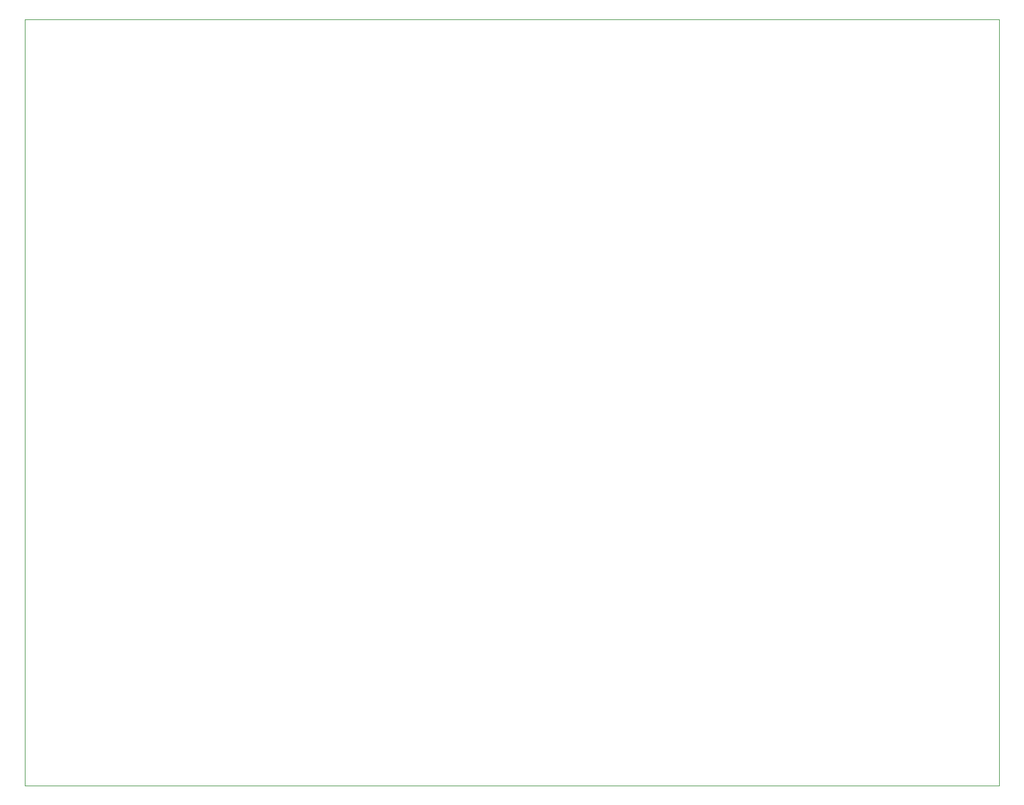
<source format=gm1>
G04 #@! TF.FileFunction,Profile,NP*
%FSLAX46Y46*%
G04 Gerber Fmt 4.6, Leading zero omitted, Abs format (unit mm)*
G04 Created by KiCad (PCBNEW 4.0.6) date 07/03/17 14:26:51*
%MOMM*%
%LPD*%
G01*
G04 APERTURE LIST*
%ADD10C,0.100000*%
G04 APERTURE END LIST*
D10*
X206203200Y-127203200D02*
X70203200Y-127203200D01*
X206203200Y-53203200D02*
X206203200Y-127203200D01*
X206203200Y-53203200D02*
X206203200Y-20203200D01*
X70203200Y-126203200D02*
X70203200Y-127203200D01*
X70203200Y-126203200D02*
X70203200Y-58203200D01*
X70203200Y-20203200D02*
X206203200Y-20203200D01*
X70203200Y-22203200D02*
X70203200Y-20203200D01*
X70203200Y-58203200D02*
X70203200Y-22203200D01*
M02*

</source>
